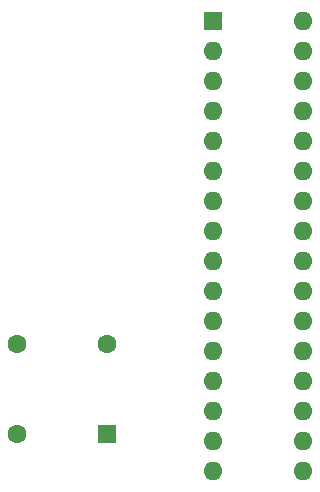
<source format=gbr>
%TF.GenerationSoftware,KiCad,Pcbnew,7.0.5*%
%TF.CreationDate,2023-06-05T13:48:53-07:00*%
%TF.ProjectId,M7700,4d373730-302e-46b6-9963-61645f706362,rev?*%
%TF.SameCoordinates,PX7bfa480PY459e440*%
%TF.FileFunction,Soldermask,Bot*%
%TF.FilePolarity,Negative*%
%FSLAX46Y46*%
G04 Gerber Fmt 4.6, Leading zero omitted, Abs format (unit mm)*
G04 Created by KiCad (PCBNEW 7.0.5) date 2023-06-05 13:48:53*
%MOMM*%
%LPD*%
G01*
G04 APERTURE LIST*
%ADD10R,1.600000X1.600000*%
%ADD11C,1.600000*%
%ADD12O,1.600000X1.600000*%
G04 APERTURE END LIST*
D10*
%TO.C,X1*%
X-9000000Y-35000000D03*
D11*
X-9000000Y-27380000D03*
X-16620000Y-27380000D03*
X-16620000Y-35000000D03*
%TD*%
D12*
%TO.C,U1*%
X7620000Y0D03*
X7620000Y-2540000D03*
X7620000Y-5080000D03*
X7620000Y-7620000D03*
X7620000Y-10160000D03*
X7620000Y-12700000D03*
X7620000Y-15240000D03*
X7620000Y-17780000D03*
X7620000Y-20320000D03*
X7620000Y-22860000D03*
X7620000Y-25400000D03*
X7620000Y-27940000D03*
X7620000Y-30480000D03*
X7620000Y-33020000D03*
X7620000Y-35560000D03*
X7620000Y-38100000D03*
X0Y-38100000D03*
X0Y-35560000D03*
X0Y-33020000D03*
X0Y-30480000D03*
X0Y-27940000D03*
X0Y-25400000D03*
X0Y-22860000D03*
X0Y-20320000D03*
X0Y-17780000D03*
X0Y-15240000D03*
X0Y-12700000D03*
X0Y-10160000D03*
X0Y-7620000D03*
X0Y-5080000D03*
X0Y-2540000D03*
D10*
X0Y0D03*
%TD*%
M02*

</source>
